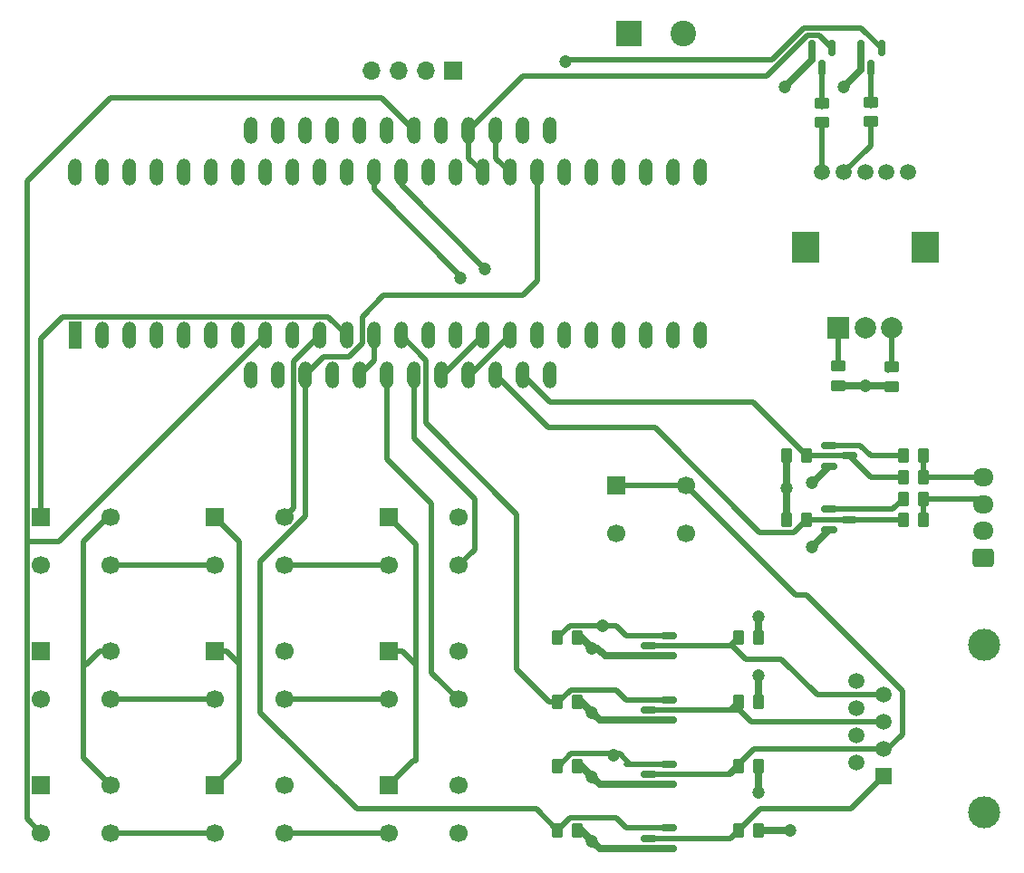
<source format=gtl>
%TF.GenerationSoftware,KiCad,Pcbnew,8.0.8*%
%TF.CreationDate,2025-02-06T19:54:34+00:00*%
%TF.ProjectId,TeensyELS,5465656e-7379-4454-9c53-2e6b69636164,rev?*%
%TF.SameCoordinates,Original*%
%TF.FileFunction,Copper,L1,Top*%
%TF.FilePolarity,Positive*%
%FSLAX46Y46*%
G04 Gerber Fmt 4.6, Leading zero omitted, Abs format (unit mm)*
G04 Created by KiCad (PCBNEW 8.0.8) date 2025-02-06 19:54:34*
%MOMM*%
%LPD*%
G01*
G04 APERTURE LIST*
G04 Aperture macros list*
%AMRoundRect*
0 Rectangle with rounded corners*
0 $1 Rounding radius*
0 $2 $3 $4 $5 $6 $7 $8 $9 X,Y pos of 4 corners*
0 Add a 4 corners polygon primitive as box body*
4,1,4,$2,$3,$4,$5,$6,$7,$8,$9,$2,$3,0*
0 Add four circle primitives for the rounded corners*
1,1,$1+$1,$2,$3*
1,1,$1+$1,$4,$5*
1,1,$1+$1,$6,$7*
1,1,$1+$1,$8,$9*
0 Add four rect primitives between the rounded corners*
20,1,$1+$1,$2,$3,$4,$5,0*
20,1,$1+$1,$4,$5,$6,$7,0*
20,1,$1+$1,$6,$7,$8,$9,0*
20,1,$1+$1,$8,$9,$2,$3,0*%
G04 Aperture macros list end*
%TA.AperFunction,SMDPad,CuDef*%
%ADD10RoundRect,0.150000X0.587500X0.150000X-0.587500X0.150000X-0.587500X-0.150000X0.587500X-0.150000X0*%
%TD*%
%TA.AperFunction,SMDPad,CuDef*%
%ADD11RoundRect,0.250000X0.262500X0.450000X-0.262500X0.450000X-0.262500X-0.450000X0.262500X-0.450000X0*%
%TD*%
%TA.AperFunction,ComponentPad*%
%ADD12O,1.270000X2.540000*%
%TD*%
%TA.AperFunction,SMDPad,CuDef*%
%ADD13RoundRect,0.250000X-0.262500X-0.450000X0.262500X-0.450000X0.262500X0.450000X-0.262500X0.450000X0*%
%TD*%
%TA.AperFunction,SMDPad,CuDef*%
%ADD14RoundRect,0.150000X-0.587500X-0.150000X0.587500X-0.150000X0.587500X0.150000X-0.587500X0.150000X0*%
%TD*%
%TA.AperFunction,SMDPad,CuDef*%
%ADD15RoundRect,0.150000X-0.150000X0.587500X-0.150000X-0.587500X0.150000X-0.587500X0.150000X0.587500X0*%
%TD*%
%TA.AperFunction,SMDPad,CuDef*%
%ADD16RoundRect,0.250000X-0.450000X0.262500X-0.450000X-0.262500X0.450000X-0.262500X0.450000X0.262500X0*%
%TD*%
%TA.AperFunction,SMDPad,CuDef*%
%ADD17RoundRect,0.250000X0.450000X-0.262500X0.450000X0.262500X-0.450000X0.262500X-0.450000X-0.262500X0*%
%TD*%
%TA.AperFunction,ComponentPad*%
%ADD18RoundRect,0.250000X0.725000X-0.600000X0.725000X0.600000X-0.725000X0.600000X-0.725000X-0.600000X0*%
%TD*%
%TA.AperFunction,ComponentPad*%
%ADD19O,1.950000X1.700000*%
%TD*%
%TA.AperFunction,ComponentPad*%
%ADD20R,2.400000X2.400000*%
%TD*%
%TA.AperFunction,ComponentPad*%
%ADD21C,2.400000*%
%TD*%
%TA.AperFunction,ComponentPad*%
%ADD22R,1.270000X2.540000*%
%TD*%
%TA.AperFunction,ComponentPad*%
%ADD23R,1.700000X1.700000*%
%TD*%
%TA.AperFunction,ComponentPad*%
%ADD24C,1.700000*%
%TD*%
%TA.AperFunction,ComponentPad*%
%ADD25R,1.500000X1.500000*%
%TD*%
%TA.AperFunction,ComponentPad*%
%ADD26C,1.500000*%
%TD*%
%TA.AperFunction,ComponentPad*%
%ADD27C,3.000000*%
%TD*%
%TA.AperFunction,ComponentPad*%
%ADD28O,1.700000X1.700000*%
%TD*%
%TA.AperFunction,ComponentPad*%
%ADD29R,2.000000X2.000000*%
%TD*%
%TA.AperFunction,ComponentPad*%
%ADD30C,2.000000*%
%TD*%
%TA.AperFunction,ComponentPad*%
%ADD31R,2.500000X3.000000*%
%TD*%
%TA.AperFunction,ViaPad*%
%ADD32C,1.200000*%
%TD*%
%TA.AperFunction,Conductor*%
%ADD33C,0.700000*%
%TD*%
%TA.AperFunction,Conductor*%
%ADD34C,0.500000*%
%TD*%
G04 APERTURE END LIST*
D10*
%TO.P,Q3,1,G*%
%TO.N,+3.3V*%
X78175000Y-94200000D03*
%TO.P,Q3,2,S*%
%TO.N,/Dir*%
X78175000Y-92300000D03*
%TO.P,Q3,3,D*%
%TO.N,Net-(Q3-D)*%
X76300000Y-93250000D03*
%TD*%
D11*
%TO.P,R18,1*%
%TO.N,/EncA*%
X91000000Y-69500000D03*
%TO.P,R18,2*%
%TO.N,+3.3V*%
X89175000Y-69500000D03*
%TD*%
D12*
%TO.P,MCU1,1,5V*%
%TO.N,+5V*%
X39125686Y-61924940D03*
%TO.P,MCU1,2,GND*%
%TO.N,GND*%
X41665686Y-61924940D03*
%TO.P,MCU1,3,GPIO27/ADC17/TOUCH7*%
%TO.N,/Alm*%
X44205686Y-61924940D03*
%TO.P,MCU1,4,GPIO26/ADC19/DAC2*%
%TO.N,/Dir*%
X46745686Y-61924940D03*
%TO.P,MCU1,5,GPIO25/ADC18/DAC1*%
%TO.N,/Step*%
X49285686Y-61924940D03*
%TO.P,MCU1,6,GPIO33/ADC5/TOUCH8*%
%TO.N,/PadH2*%
X51825686Y-61924940D03*
%TO.P,MCU1,7,GPIO32/ADC4/TOUCH9*%
%TO.N,/PadH1*%
X54365686Y-61924940D03*
%TO.P,MCU1,8,GPIO39/ADC3/SVN*%
%TO.N,/UIEncA*%
X56905686Y-61924940D03*
%TO.P,MCU1,9,GPIO38*%
%TO.N,/UIEncB*%
X59445686Y-61924940D03*
%TO.P,MCU1,10,GPIO37*%
%TO.N,/EncB*%
X61985686Y-61924940D03*
%TO.P,MCU1,11,GPIO36/ADC0*%
%TO.N,/EncA*%
X64525686Y-61924940D03*
%TO.P,MCU1,12,3V3*%
%TO.N,+3.3V*%
X67065686Y-61924940D03*
%TO.P,MCU1,13,3V3*%
X39125686Y-39064940D03*
%TO.P,MCU1,14,GND*%
%TO.N,GND*%
X41665686Y-39064940D03*
%TO.P,MCU1,15,GND*%
X44205686Y-39064940D03*
%TO.P,MCU1,16,GPIO12/ADC15/TOUCH5*%
%TO.N,/PadV3*%
X46745686Y-39064940D03*
%TO.P,MCU1,17,GPIO13/ADC14/TOUCH4*%
%TO.N,/PadV2*%
X49285686Y-39064940D03*
%TO.P,MCU1,18,GPIO15/ADC13/TOUCH3*%
%TO.N,/PadV1*%
X51825686Y-39064940D03*
%TO.P,MCU1,19,GPIO2/ADC12/TOUCH2*%
%TO.N,/PadH3*%
X54365686Y-39064940D03*
%TO.P,MCU1,20,GPIO17*%
%TO.N,/Ena*%
X56905686Y-39064940D03*
%TO.P,MCU1,21,GPIO22/I2C_SCL*%
%TO.N,/Red*%
X59445686Y-39064940D03*
%TO.P,MCU1,22,GPIO21/I2C_SDA*%
%TO.N,/Green*%
X61985686Y-39064940D03*
%TO.P,MCU1,23,GND*%
%TO.N,GND*%
X64525686Y-39064940D03*
%TO.P,MCU1,24,GND*%
X67065686Y-39064940D03*
%TD*%
D13*
%TO.P,R4,1*%
%TO.N,/Dir*%
X67762500Y-92500000D03*
%TO.P,R4,2*%
%TO.N,+3.3V*%
X69587500Y-92500000D03*
%TD*%
D14*
%TO.P,Q8,1,G*%
%TO.N,Net-(Q8-G)*%
X93125000Y-68550000D03*
%TO.P,Q8,2,S*%
%TO.N,GND*%
X93125000Y-70450000D03*
%TO.P,Q8,3,D*%
%TO.N,/EncA*%
X95000000Y-69500000D03*
%TD*%
D15*
%TO.P,Q7,1,G*%
%TO.N,/Green*%
X98025000Y-31368750D03*
%TO.P,Q7,2,S*%
%TO.N,GND*%
X96125000Y-31368750D03*
%TO.P,Q7,3,D*%
%TO.N,Net-(Q7-D)*%
X97075000Y-33243750D03*
%TD*%
D16*
%TO.P,R11,1*%
%TO.N,/UIEncB*%
X99000000Y-61175000D03*
%TO.P,R11,2*%
%TO.N,+3.3V*%
X99000000Y-63000000D03*
%TD*%
D17*
%TO.P,R12,1*%
%TO.N,+3.3V*%
X94000000Y-62912500D03*
%TO.P,R12,2*%
%TO.N,/UIEncA*%
X94000000Y-61087500D03*
%TD*%
D18*
%TO.P,J2,1,Pin_1*%
%TO.N,+5V*%
X107500000Y-79000000D03*
D19*
%TO.P,J2,2,Pin_2*%
%TO.N,GND*%
X107500000Y-76500000D03*
%TO.P,J2,3,Pin_3*%
%TO.N,Net-(J2-Pin_3)*%
X107500000Y-74000000D03*
%TO.P,J2,4,Pin_4*%
%TO.N,Net-(J2-Pin_4)*%
X107500000Y-71500000D03*
%TD*%
D20*
%TO.P,J4,1,Pin_1*%
%TO.N,GND*%
X74420000Y-30000000D03*
D21*
%TO.P,J4,2,Pin_2*%
%TO.N,+5V*%
X79500000Y-30000000D03*
%TD*%
D22*
%TO.P,U1,1,GND*%
%TO.N,GND*%
X22660000Y-58240000D03*
D12*
%TO.P,U1,2,0_RX1_CRX2_CS1*%
%TO.N,unconnected-(U1-0_RX1_CRX2_CS1-Pad2)*%
X25200000Y-58240000D03*
%TO.P,U1,3,1_TX1_CTX2_MISO1*%
%TO.N,unconnected-(U1-1_TX1_CTX2_MISO1-Pad3)*%
X27740000Y-58240000D03*
%TO.P,U1,4,2_OUT2*%
%TO.N,unconnected-(U1-2_OUT2-Pad4)*%
X30280000Y-58240000D03*
%TO.P,U1,5,3_LRCLK2*%
%TO.N,unconnected-(U1-3_LRCLK2-Pad5)*%
X32820000Y-58240000D03*
%TO.P,U1,6,4_BCLK2*%
%TO.N,/PadH1*%
X35360000Y-58240000D03*
%TO.P,U1,7,5_IN2*%
%TO.N,/PadH2*%
X37900000Y-58240000D03*
%TO.P,U1,8,6_OUT1D*%
%TO.N,/PadH3*%
X40440000Y-58240000D03*
%TO.P,U1,9,7_RX2_OUT1A*%
%TO.N,/PadV3*%
X42980000Y-58240000D03*
%TO.P,U1,10,8_TX2_IN1*%
%TO.N,/PadV2*%
X45520000Y-58240000D03*
%TO.P,U1,11,9_OUT1C*%
%TO.N,/PadV1*%
X48060000Y-58240000D03*
%TO.P,U1,12,10_CS_MQSR*%
%TO.N,/Step*%
X50600000Y-58240000D03*
%TO.P,U1,13,11_MOSI_CTX1*%
%TO.N,/Dir*%
X53140000Y-58240000D03*
%TO.P,U1,14,12_MISO_MQSL*%
%TO.N,unconnected-(U1-12_MISO_MQSL-Pad14)*%
X55680000Y-58240000D03*
%TO.P,U1,15,3V3*%
%TO.N,+3.3V*%
X58220000Y-58240000D03*
%TO.P,U1,16,24_A10_TX6_SCL2*%
%TO.N,/UIEncA*%
X60760000Y-58240000D03*
%TO.P,U1,17,25_A11_RX6_SDA2*%
%TO.N,/UIEncB*%
X63300000Y-58240000D03*
%TO.P,U1,18,26_A12_MOSI1*%
%TO.N,unconnected-(U1-26_A12_MOSI1-Pad18)*%
X65840000Y-58240000D03*
%TO.P,U1,19,27_A13_SCK1*%
%TO.N,unconnected-(U1-27_A13_SCK1-Pad19)*%
X68380000Y-58240000D03*
%TO.P,U1,20,28_RX7*%
%TO.N,unconnected-(U1-28_RX7-Pad20)*%
X70920000Y-58240000D03*
%TO.P,U1,21,29_TX7*%
%TO.N,unconnected-(U1-29_TX7-Pad21)*%
X73460000Y-58240000D03*
%TO.P,U1,22,30_CRX3*%
%TO.N,unconnected-(U1-30_CRX3-Pad22)*%
X76000000Y-58240000D03*
%TO.P,U1,23,31_CTX3*%
%TO.N,unconnected-(U1-31_CTX3-Pad23)*%
X78540000Y-58240000D03*
%TO.P,U1,24,32_OUT1B*%
%TO.N,unconnected-(U1-32_OUT1B-Pad24)*%
X81080000Y-58240000D03*
%TO.P,U1,25,33_MCLK2*%
%TO.N,unconnected-(U1-33_MCLK2-Pad25)*%
X81080000Y-43000000D03*
%TO.P,U1,26,34_RX8*%
%TO.N,unconnected-(U1-34_RX8-Pad26)*%
X78540000Y-43000000D03*
%TO.P,U1,27,35_TX8*%
%TO.N,unconnected-(U1-35_TX8-Pad27)*%
X76000000Y-43000000D03*
%TO.P,U1,28,36_CS*%
%TO.N,unconnected-(U1-36_CS-Pad28)*%
X73460000Y-43000000D03*
%TO.P,U1,29,37_CS*%
%TO.N,unconnected-(U1-37_CS-Pad29)*%
X70920000Y-43000000D03*
%TO.P,U1,30,38_CS1_IN1*%
%TO.N,/Ena*%
X68380000Y-43000000D03*
%TO.P,U1,31,39_MISO1_OUT1A*%
%TO.N,/Alm*%
X65840000Y-43000000D03*
%TO.P,U1,32,40_A16*%
%TO.N,/Green*%
X63300000Y-43000000D03*
%TO.P,U1,33,41_A17*%
%TO.N,/Red*%
X60760000Y-43000000D03*
%TO.P,U1,34,GND*%
%TO.N,GND*%
X58220000Y-43000000D03*
%TO.P,U1,35,13_SCK_LED*%
%TO.N,unconnected-(U1-13_SCK_LED-Pad35)*%
X55680000Y-43000000D03*
%TO.P,U1,36,14_A0_TX3_SPDIF_OUT*%
%TO.N,/EncA*%
X53140000Y-43000000D03*
%TO.P,U1,37,15_A1_RX3_SPDIF_IN*%
%TO.N,/EncB*%
X50600000Y-43000000D03*
%TO.P,U1,38,16_A2_RX4_SCL1*%
%TO.N,unconnected-(U1-16_A2_RX4_SCL1-Pad38)*%
X48060000Y-43000000D03*
%TO.P,U1,39,17_A3_TX4_SDA1*%
%TO.N,unconnected-(U1-17_A3_TX4_SDA1-Pad39)*%
X45520000Y-43000000D03*
%TO.P,U1,40,18_A4_SDA*%
%TO.N,/SDA*%
X42980000Y-43000000D03*
%TO.P,U1,41,19_A5_SCL*%
%TO.N,/SCL*%
X40440000Y-43000000D03*
%TO.P,U1,42,20_A6_TX5_LRCLK1*%
%TO.N,unconnected-(U1-20_A6_TX5_LRCLK1-Pad42)*%
X37900000Y-43000000D03*
%TO.P,U1,43,21_A7_RX5_BCLK1*%
%TO.N,unconnected-(U1-21_A7_RX5_BCLK1-Pad43)*%
X35360000Y-43000000D03*
%TO.P,U1,44,22_A8_CTX1*%
%TO.N,unconnected-(U1-22_A8_CTX1-Pad44)*%
X32820000Y-43000000D03*
%TO.P,U1,45,23_A9_CRX1_MCLK1*%
%TO.N,unconnected-(U1-23_A9_CRX1_MCLK1-Pad45)*%
X30280000Y-43000000D03*
%TO.P,U1,46,3V3*%
%TO.N,+3.3V*%
X27740000Y-43000000D03*
%TO.P,U1,47,GND*%
%TO.N,GND*%
X25200000Y-43000000D03*
%TO.P,U1,48,VIN*%
%TO.N,+5V*%
X22660000Y-43000000D03*
%TD*%
D11*
%TO.P,R7,1*%
%TO.N,+5V*%
X86500000Y-104500000D03*
%TO.P,R7,2*%
%TO.N,Net-(Q5-D)*%
X84675000Y-104500000D03*
%TD*%
D23*
%TO.P,SW8,1,1*%
%TO.N,/PadV1*%
X19500000Y-100250000D03*
D24*
X26000000Y-100250000D03*
%TO.P,SW8,2,2*%
%TO.N,/PadH3*%
X19500000Y-104750000D03*
X26000000Y-104750000D03*
%TD*%
D11*
%TO.P,R14,1*%
%TO.N,Net-(J2-Pin_3)*%
X101912500Y-75500000D03*
%TO.P,R14,2*%
%TO.N,/EncB*%
X100087500Y-75500000D03*
%TD*%
%TO.P,R1,1*%
%TO.N,+5V*%
X86500000Y-98500000D03*
%TO.P,R1,2*%
%TO.N,Net-(Q2-D)*%
X84675000Y-98500000D03*
%TD*%
D13*
%TO.P,R6,1*%
%TO.N,/Step*%
X67762500Y-86500000D03*
%TO.P,R6,2*%
%TO.N,+3.3V*%
X69587500Y-86500000D03*
%TD*%
D23*
%TO.P,SW6,1,1*%
%TO.N,/PadV2*%
X35750000Y-87750000D03*
D24*
X42250000Y-87750000D03*
%TO.P,SW6,2,2*%
%TO.N,/PadH2*%
X35750000Y-92250000D03*
X42250000Y-92250000D03*
%TD*%
D11*
%TO.P,R3,1*%
%TO.N,+5V*%
X86500000Y-92500000D03*
%TO.P,R3,2*%
%TO.N,Net-(Q3-D)*%
X84675000Y-92500000D03*
%TD*%
%TO.P,R15,1*%
%TO.N,Net-(J2-Pin_3)*%
X101912500Y-73500000D03*
%TO.P,R15,2*%
%TO.N,Net-(Q1-G)*%
X100087500Y-73500000D03*
%TD*%
D23*
%TO.P,SW1,1,1*%
%TO.N,Net-(Q2-D)*%
X73250000Y-72250000D03*
D24*
X79750000Y-72250000D03*
%TO.P,SW1,2,2*%
%TO.N,+5V*%
X73250000Y-76750000D03*
X79750000Y-76750000D03*
%TD*%
D10*
%TO.P,Q2,1,G*%
%TO.N,+3.3V*%
X78175000Y-100200000D03*
%TO.P,Q2,2,S*%
%TO.N,/Ena*%
X78175000Y-98300000D03*
%TO.P,Q2,3,D*%
%TO.N,Net-(Q2-D)*%
X76300000Y-99250000D03*
%TD*%
D11*
%TO.P,R17,1*%
%TO.N,/EncB*%
X91000000Y-75500000D03*
%TO.P,R17,2*%
%TO.N,+3.3V*%
X89175000Y-75500000D03*
%TD*%
%TO.P,R16,1*%
%TO.N,Net-(J2-Pin_4)*%
X101912500Y-69500000D03*
%TO.P,R16,2*%
%TO.N,Net-(Q8-G)*%
X100087500Y-69500000D03*
%TD*%
D10*
%TO.P,Q5,1,G*%
%TO.N,+3.3V*%
X78175000Y-106200000D03*
%TO.P,Q5,2,S*%
%TO.N,/Alm*%
X78175000Y-104300000D03*
%TO.P,Q5,3,D*%
%TO.N,Net-(Q5-D)*%
X76300000Y-105250000D03*
%TD*%
D11*
%TO.P,R5,1*%
%TO.N,+5V*%
X86500000Y-86500000D03*
%TO.P,R5,2*%
%TO.N,Net-(Q4-D)*%
X84675000Y-86500000D03*
%TD*%
D23*
%TO.P,SW3,1,1*%
%TO.N,/PadV2*%
X35750000Y-75250000D03*
D24*
X42250000Y-75250000D03*
%TO.P,SW3,2,2*%
%TO.N,/PadH1*%
X35750000Y-79750000D03*
X42250000Y-79750000D03*
%TD*%
D14*
%TO.P,Q1,1,G*%
%TO.N,Net-(Q1-G)*%
X93125000Y-74500000D03*
%TO.P,Q1,2,S*%
%TO.N,GND*%
X93125000Y-76400000D03*
%TO.P,Q1,3,D*%
%TO.N,/EncB*%
X95000000Y-75450000D03*
%TD*%
D16*
%TO.P,R9,1*%
%TO.N,Net-(Q6-D)*%
X92500000Y-36506250D03*
%TO.P,R9,2*%
%TO.N,Net-(E1-RL)*%
X92500000Y-38331250D03*
%TD*%
D10*
%TO.P,Q4,1,G*%
%TO.N,+3.3V*%
X78175000Y-88200000D03*
%TO.P,Q4,2,S*%
%TO.N,/Step*%
X78175000Y-86300000D03*
%TO.P,Q4,3,D*%
%TO.N,Net-(Q4-D)*%
X76300000Y-87250000D03*
%TD*%
D25*
%TO.P,J1,1*%
%TO.N,Net-(Q5-D)*%
X98200000Y-99445000D03*
D26*
%TO.P,J1,2*%
%TO.N,GND*%
X95660000Y-98175000D03*
%TO.P,J1,3*%
%TO.N,Net-(Q2-D)*%
X98200000Y-96905000D03*
%TO.P,J1,4*%
%TO.N,GND*%
X95660000Y-95635000D03*
%TO.P,J1,5*%
%TO.N,Net-(Q3-D)*%
X98200000Y-94365000D03*
%TO.P,J1,6*%
%TO.N,GND*%
X95660000Y-93095000D03*
%TO.P,J1,7*%
%TO.N,Net-(Q4-D)*%
X98200000Y-91825000D03*
%TO.P,J1,8*%
%TO.N,GND*%
X95660000Y-90555000D03*
D27*
%TO.P,J1,SH*%
X107600000Y-102850000D03*
X107600000Y-87150000D03*
%TD*%
D16*
%TO.P,R10,1*%
%TO.N,Net-(Q7-D)*%
X97000000Y-36418750D03*
%TO.P,R10,2*%
%TO.N,Net-(E1-GL)*%
X97000000Y-38243750D03*
%TD*%
D23*
%TO.P,SW4,1,1*%
%TO.N,/PadV3*%
X52000000Y-75250000D03*
D24*
X58500000Y-75250000D03*
%TO.P,SW4,2,2*%
%TO.N,/PadH1*%
X52000000Y-79750000D03*
X58500000Y-79750000D03*
%TD*%
D13*
%TO.P,R2,1*%
%TO.N,/Ena*%
X67762500Y-98500000D03*
%TO.P,R2,2*%
%TO.N,+3.3V*%
X69587500Y-98500000D03*
%TD*%
D23*
%TO.P,J3,1,Pin_1*%
%TO.N,/SDA*%
X58040000Y-33500000D03*
D28*
%TO.P,J3,2,Pin_2*%
%TO.N,/SCL*%
X55500000Y-33500000D03*
%TO.P,J3,3,Pin_3*%
%TO.N,+5V*%
X52960000Y-33500000D03*
%TO.P,J3,4,Pin_4*%
%TO.N,GND*%
X50420000Y-33500000D03*
%TD*%
D13*
%TO.P,R8,1*%
%TO.N,/Alm*%
X67762500Y-104500000D03*
%TO.P,R8,2*%
%TO.N,+3.3V*%
X69587500Y-104500000D03*
%TD*%
D15*
%TO.P,Q6,1,G*%
%TO.N,/Red*%
X93400000Y-31368750D03*
%TO.P,Q6,2,S*%
%TO.N,GND*%
X91500000Y-31368750D03*
%TO.P,Q6,3,D*%
%TO.N,Net-(Q6-D)*%
X92450000Y-33243750D03*
%TD*%
D23*
%TO.P,SW2,1,1*%
%TO.N,/PadV1*%
X19500000Y-75250000D03*
D24*
X26000000Y-75250000D03*
%TO.P,SW2,2,2*%
%TO.N,/PadH1*%
X19500000Y-79750000D03*
X26000000Y-79750000D03*
%TD*%
D26*
%TO.P,E1,1,RL*%
%TO.N,Net-(E1-RL)*%
X92500000Y-43000000D03*
%TO.P,E1,2,GL*%
%TO.N,Net-(E1-GL)*%
X94500000Y-43000000D03*
%TO.P,E1,3,SW*%
%TO.N,unconnected-(E1-SW-Pad3)*%
X96500000Y-43000000D03*
%TO.P,E1,4,BL*%
%TO.N,unconnected-(E1-BL-Pad4)*%
X98500000Y-43000000D03*
%TO.P,E1,5,5V*%
%TO.N,+5V*%
X100500000Y-43000000D03*
D29*
%TO.P,E1,A,A*%
%TO.N,/UIEncA*%
X94000000Y-57500000D03*
D30*
%TO.P,E1,B,B*%
%TO.N,/UIEncB*%
X99000000Y-57500000D03*
%TO.P,E1,C,C*%
%TO.N,GND*%
X96500000Y-57500000D03*
D31*
%TO.P,E1,MP*%
%TO.N,N/C*%
X90900000Y-50000000D03*
X102100000Y-50000000D03*
%TD*%
D11*
%TO.P,R13,1*%
%TO.N,Net-(J2-Pin_4)*%
X101912500Y-71500000D03*
%TO.P,R13,2*%
%TO.N,/EncA*%
X100087500Y-71500000D03*
%TD*%
D23*
%TO.P,SW7,1,1*%
%TO.N,/PadV3*%
X52000000Y-87750000D03*
D24*
X58500000Y-87750000D03*
%TO.P,SW7,2,2*%
%TO.N,/PadH2*%
X52000000Y-92250000D03*
X58500000Y-92250000D03*
%TD*%
D23*
%TO.P,SW5,1,1*%
%TO.N,/PadV1*%
X19500000Y-87750000D03*
D24*
X26000000Y-87750000D03*
%TO.P,SW5,2,2*%
%TO.N,/PadH2*%
X19500000Y-92250000D03*
X26000000Y-92250000D03*
%TD*%
D23*
%TO.P,SW9,1,1*%
%TO.N,/PadV2*%
X35750000Y-100250000D03*
D24*
X42250000Y-100250000D03*
%TO.P,SW9,2,2*%
%TO.N,/PadH3*%
X35750000Y-104750000D03*
X42250000Y-104750000D03*
%TD*%
D23*
%TO.P,SW10,1,1*%
%TO.N,/PadV3*%
X52000000Y-100250000D03*
D24*
X58500000Y-100250000D03*
%TO.P,SW10,2,2*%
%TO.N,/PadH3*%
X52000000Y-104750000D03*
X58500000Y-104750000D03*
%TD*%
D32*
%TO.N,GND*%
X91525000Y-78000000D03*
X91500000Y-72000000D03*
X89000000Y-35000000D03*
X94500000Y-35000000D03*
%TO.N,+5V*%
X89500000Y-104500000D03*
X86500000Y-84500000D03*
X86500000Y-90000000D03*
X86500000Y-101000000D03*
%TO.N,/Step*%
X72000000Y-85350000D03*
%TO.N,/EncA*%
X61000000Y-52000000D03*
%TO.N,+3.3V*%
X71000000Y-87500000D03*
X71000000Y-99500000D03*
X89175000Y-72500000D03*
X71000000Y-93500000D03*
X96500000Y-62912500D03*
X71000000Y-105500000D03*
%TO.N,/Green*%
X68500000Y-32650000D03*
%TO.N,/Ena*%
X73000000Y-97500000D03*
%TO.N,/EncB*%
X58704898Y-52888530D03*
%TD*%
D33*
%TO.N,GND*%
X93125000Y-70450000D02*
X91575000Y-72000000D01*
X96125000Y-31368750D02*
X96125000Y-33375000D01*
X91500000Y-32500000D02*
X89000000Y-35000000D01*
X91500000Y-31368750D02*
X91500000Y-32500000D01*
X96125000Y-33375000D02*
X94500000Y-35000000D01*
X93125000Y-76400000D02*
X91525000Y-78000000D01*
X91575000Y-72000000D02*
X91500000Y-72000000D01*
D34*
%TO.N,Net-(Q4-D)*%
X83925000Y-87250000D02*
X83000000Y-87250000D01*
X92000000Y-91825000D02*
X98200000Y-91825000D01*
X85325000Y-88500000D02*
X88675000Y-88500000D01*
X82500000Y-87250000D02*
X84075000Y-87250000D01*
X84075000Y-87250000D02*
X85325000Y-88500000D01*
X88675000Y-88500000D02*
X92000000Y-91825000D01*
X84675000Y-86500000D02*
X83925000Y-87250000D01*
X83000000Y-87250000D02*
X82500000Y-87250000D01*
X82500000Y-87250000D02*
X76300000Y-87250000D01*
%TO.N,Net-(Q5-D)*%
X83925000Y-105250000D02*
X83000000Y-105250000D01*
X84675000Y-104500000D02*
X83925000Y-105250000D01*
X84675000Y-104500000D02*
X86675000Y-102500000D01*
X86675000Y-102500000D02*
X95145000Y-102500000D01*
X95145000Y-102500000D02*
X98200000Y-99445000D01*
X83000000Y-105250000D02*
X76300000Y-105250000D01*
%TO.N,Net-(Q2-D)*%
X83000000Y-99250000D02*
X83750000Y-99250000D01*
X83925000Y-99250000D02*
X83000000Y-99250000D01*
X100000000Y-95500000D02*
X98595000Y-96905000D01*
X86095000Y-96905000D02*
X98200000Y-96905000D01*
X90000000Y-82500000D02*
X91000000Y-82500000D01*
X91000000Y-82500000D02*
X100000000Y-91500000D01*
X83000000Y-99250000D02*
X76300000Y-99250000D01*
X98595000Y-96905000D02*
X98200000Y-96905000D01*
X83750000Y-99250000D02*
X86095000Y-96905000D01*
X73250000Y-72250000D02*
X79750000Y-72250000D01*
X100000000Y-91500000D02*
X100000000Y-95500000D01*
X79750000Y-72250000D02*
X90000000Y-82500000D01*
X84675000Y-98500000D02*
X83925000Y-99250000D01*
%TO.N,Net-(Q3-D)*%
X84675000Y-92500000D02*
X83925000Y-93250000D01*
X84750000Y-93250000D02*
X85865000Y-94365000D01*
X85865000Y-94365000D02*
X98200000Y-94365000D01*
X83000000Y-93250000D02*
X76300000Y-93250000D01*
X83000000Y-93250000D02*
X84750000Y-93250000D01*
X83925000Y-93250000D02*
X83000000Y-93250000D01*
D33*
%TO.N,+5V*%
X86500000Y-101000000D02*
X86500000Y-98500000D01*
X89500000Y-104500000D02*
X86500000Y-104500000D01*
X86500000Y-90000000D02*
X86500000Y-92500000D01*
X86500000Y-84500000D02*
X86500000Y-86500000D01*
D34*
%TO.N,Net-(J2-Pin_4)*%
X101912500Y-71500000D02*
X107500000Y-71500000D01*
X101912500Y-71500000D02*
X101912500Y-69500000D01*
%TO.N,Net-(J2-Pin_3)*%
X101912500Y-73500000D02*
X107000000Y-73500000D01*
X101912500Y-75500000D02*
X101912500Y-73500000D01*
X107000000Y-73500000D02*
X107500000Y-74000000D01*
%TO.N,/Step*%
X68912500Y-85350000D02*
X73250000Y-85350000D01*
X50600000Y-60610626D02*
X49285686Y-61924940D01*
X68912500Y-85350000D02*
X72000000Y-85350000D01*
X73250000Y-85350000D02*
X74200000Y-86300000D01*
X78175000Y-86300000D02*
X74200000Y-86300000D01*
X67762500Y-86500000D02*
X68912500Y-85350000D01*
X50600000Y-58240000D02*
X50600000Y-60610626D01*
%TO.N,/UIEncA*%
X56905686Y-61924940D02*
X57075060Y-61924940D01*
X94000000Y-57500000D02*
X94000000Y-61087500D01*
X57075060Y-61924940D02*
X60760000Y-58240000D01*
%TO.N,/PadH1*%
X54365686Y-61924940D02*
X54365686Y-67865686D01*
X54365686Y-67865686D02*
X60000000Y-73500000D01*
X60000000Y-78250000D02*
X58500000Y-79750000D01*
X26000000Y-79750000D02*
X35750000Y-79750000D01*
X42250000Y-79750000D02*
X52000000Y-79750000D01*
X60000000Y-73500000D02*
X60000000Y-78250000D01*
%TO.N,/Red*%
X87278566Y-34000000D02*
X91097316Y-30181250D01*
X64510626Y-34000000D02*
X87278566Y-34000000D01*
X91097316Y-30181250D02*
X92212500Y-30181250D01*
X59445686Y-39064940D02*
X59445686Y-41685686D01*
X59445686Y-39064940D02*
X64510626Y-34000000D01*
X59445686Y-41685686D02*
X60760000Y-43000000D01*
X92212500Y-30181250D02*
X93400000Y-31368750D01*
%TO.N,/EncA*%
X97000000Y-71500000D02*
X100087500Y-71500000D01*
X86000000Y-64500000D02*
X67100746Y-64500000D01*
X67100746Y-64500000D02*
X64525686Y-61924940D01*
X53140000Y-44140000D02*
X53140000Y-43000000D01*
X91000000Y-69500000D02*
X95000000Y-69500000D01*
X61000000Y-52000000D02*
X53140000Y-44140000D01*
X91000000Y-69500000D02*
X86000000Y-64500000D01*
X95000000Y-69500000D02*
X97000000Y-71500000D01*
%TO.N,/PadH3*%
X40440000Y-58240000D02*
X21180000Y-77500000D01*
X21180000Y-77500000D02*
X18200000Y-77500000D01*
X26000000Y-104750000D02*
X35750000Y-104750000D01*
X26000000Y-36000000D02*
X18200000Y-43800000D01*
X54365686Y-39064940D02*
X51300746Y-36000000D01*
X51300746Y-36000000D02*
X26000000Y-36000000D01*
X18200000Y-103450000D02*
X19500000Y-104750000D01*
X18200000Y-77500000D02*
X18200000Y-103450000D01*
X18200000Y-43800000D02*
X18200000Y-77500000D01*
X42250000Y-104750000D02*
X52000000Y-104750000D01*
%TO.N,/PadV2*%
X38000000Y-77500000D02*
X35750000Y-75250000D01*
X38000000Y-90500000D02*
X38000000Y-77500000D01*
X43120686Y-60639314D02*
X45520000Y-58240000D01*
X42250000Y-75250000D02*
X43120686Y-74379314D01*
X35750000Y-87750000D02*
X36800000Y-87750000D01*
X43120686Y-74379314D02*
X43120686Y-60639314D01*
X36800000Y-87750000D02*
X38000000Y-88950000D01*
X38000000Y-88950000D02*
X38000000Y-90500000D01*
X38000000Y-98000000D02*
X38000000Y-90500000D01*
X35750000Y-100250000D02*
X38000000Y-98000000D01*
%TO.N,/PadV3*%
X54250000Y-98000000D02*
X54500000Y-98000000D01*
X52000000Y-87750000D02*
X53250000Y-87750000D01*
X54500000Y-98000000D02*
X54500000Y-77750000D01*
X54500000Y-77750000D02*
X52000000Y-75250000D01*
X53250000Y-87750000D02*
X54500000Y-89000000D01*
X52000000Y-100250000D02*
X54250000Y-98000000D01*
%TO.N,/Alm*%
X49000000Y-102500000D02*
X40000000Y-93500000D01*
X67762500Y-104500000D02*
X65762500Y-102500000D01*
X64500000Y-54500000D02*
X65840000Y-53160000D01*
X65762500Y-102500000D02*
X49000000Y-102500000D01*
X78175000Y-104300000D02*
X74200000Y-104300000D01*
X40000000Y-93500000D02*
X40000000Y-79338478D01*
X45925686Y-60204940D02*
X48264482Y-60204940D01*
X51500000Y-54500000D02*
X64500000Y-54500000D01*
X49500000Y-56500000D02*
X51500000Y-54500000D01*
X73250000Y-103350000D02*
X74200000Y-104300000D01*
X67762500Y-104500000D02*
X68912500Y-103350000D01*
X44205686Y-75132792D02*
X44205686Y-61924940D01*
X44205686Y-61924940D02*
X45925686Y-60204940D01*
X68912500Y-103350000D02*
X73250000Y-103350000D01*
X65840000Y-53160000D02*
X65840000Y-43000000D01*
X49500000Y-58969422D02*
X49500000Y-56500000D01*
X40000000Y-79338478D02*
X44205686Y-75132792D01*
X48264482Y-60204940D02*
X49500000Y-58969422D01*
D33*
%TO.N,+3.3V*%
X71000000Y-105500000D02*
X71700000Y-106200000D01*
X96500000Y-62912500D02*
X98912500Y-62912500D01*
X94000000Y-62912500D02*
X96500000Y-62912500D01*
X70000000Y-92500000D02*
X71000000Y-93500000D01*
X69587500Y-98500000D02*
X70000000Y-98500000D01*
X70000000Y-98500000D02*
X71000000Y-99500000D01*
X72200000Y-88200000D02*
X78175000Y-88200000D01*
X70000000Y-104500000D02*
X71000000Y-105500000D01*
X89175000Y-69500000D02*
X89175000Y-72500000D01*
X98912500Y-62912500D02*
X99000000Y-63000000D01*
X71700000Y-94200000D02*
X78175000Y-94200000D01*
X69587500Y-86500000D02*
X70000000Y-86500000D01*
X69587500Y-104500000D02*
X70000000Y-104500000D01*
X71000000Y-93500000D02*
X71700000Y-94200000D01*
X71700000Y-100200000D02*
X78175000Y-100200000D01*
X70000000Y-86500000D02*
X71000000Y-87500000D01*
X69587500Y-92500000D02*
X70000000Y-92500000D01*
X71700000Y-106200000D02*
X78175000Y-106200000D01*
X71500000Y-87500000D02*
X72200000Y-88200000D01*
X71000000Y-87500000D02*
X71500000Y-87500000D01*
X71000000Y-99500000D02*
X71700000Y-100200000D01*
X89175000Y-72500000D02*
X89175000Y-75500000D01*
D34*
%TO.N,/Green*%
X96137500Y-29481250D02*
X98025000Y-31368750D01*
X68500000Y-32650000D02*
X68650000Y-32500000D01*
X87788616Y-32500000D02*
X90807366Y-29481250D01*
X68650000Y-32500000D02*
X87788616Y-32500000D01*
X61985686Y-39064940D02*
X61985686Y-41685686D01*
X90807366Y-29481250D02*
X96137500Y-29481250D01*
X61985686Y-41685686D02*
X63300000Y-43000000D01*
%TO.N,/Ena*%
X67878122Y-98500000D02*
X69028122Y-97350000D01*
X73550000Y-97350000D02*
X74500000Y-98300000D01*
X78175000Y-98300000D02*
X74500000Y-98300000D01*
X74500000Y-98300000D02*
X74200000Y-98300000D01*
X69028122Y-97350000D02*
X73550000Y-97350000D01*
X67762500Y-98500000D02*
X67878122Y-98500000D01*
%TO.N,/PadV1*%
X26000000Y-87750000D02*
X24950000Y-87750000D01*
X23500000Y-77500000D02*
X23500000Y-89000000D01*
X19500000Y-58500000D02*
X19500000Y-75250000D01*
X23700000Y-89000000D02*
X23500000Y-89000000D01*
X41500000Y-56500000D02*
X41480000Y-56520000D01*
X23500000Y-89000000D02*
X23500000Y-97750000D01*
X26000000Y-75250000D02*
X25750000Y-75250000D01*
X46320000Y-56500000D02*
X41500000Y-56500000D01*
X48060000Y-58240000D02*
X46320000Y-56500000D01*
X23500000Y-97750000D02*
X26000000Y-100250000D01*
X24950000Y-87750000D02*
X23700000Y-89000000D01*
X25750000Y-75250000D02*
X23500000Y-77500000D01*
X21480000Y-56520000D02*
X19500000Y-58500000D01*
X41480000Y-56520000D02*
X21480000Y-56520000D01*
%TO.N,/PadH2*%
X56000000Y-73989949D02*
X51825686Y-69815635D01*
X51825686Y-69815635D02*
X51825686Y-61924940D01*
X58500000Y-92250000D02*
X56000000Y-89750000D01*
X56000000Y-89750000D02*
X56000000Y-73989949D01*
X42250000Y-92250000D02*
X52000000Y-92250000D01*
X26000000Y-92250000D02*
X35750000Y-92250000D01*
%TO.N,/Dir*%
X69028122Y-91350000D02*
X73250000Y-91350000D01*
X67762500Y-92500000D02*
X67000000Y-92500000D01*
X67762500Y-92500000D02*
X67762500Y-92615622D01*
X63950000Y-89450000D02*
X63950000Y-74950000D01*
X63950000Y-74950000D02*
X55450686Y-66450686D01*
X55450686Y-60550686D02*
X53140000Y-58240000D01*
X67000000Y-92500000D02*
X63950000Y-89450000D01*
X55450686Y-66450686D02*
X55450686Y-60550686D01*
X73250000Y-91350000D02*
X74200000Y-92300000D01*
X74200000Y-92300000D02*
X78175000Y-92300000D01*
X67762500Y-92615622D02*
X69028122Y-91350000D01*
%TO.N,/UIEncB*%
X59445686Y-61924940D02*
X59615060Y-61924940D01*
X98675000Y-61500000D02*
X99000000Y-61175000D01*
X99000000Y-57500000D02*
X99000000Y-61175000D01*
X59615060Y-61924940D02*
X63300000Y-58240000D01*
%TO.N,/EncB*%
X76850884Y-66850884D02*
X86650000Y-76650000D01*
X95000000Y-75450000D02*
X91050000Y-75450000D01*
X95000000Y-75450000D02*
X100037500Y-75450000D01*
X91050000Y-75450000D02*
X91000000Y-75500000D01*
X50600000Y-44600000D02*
X50600000Y-43000000D01*
X61985686Y-61924940D02*
X66911630Y-66850884D01*
X58704898Y-52704898D02*
X50600000Y-44600000D01*
X100037500Y-75450000D02*
X100087500Y-75500000D01*
X58704898Y-52888530D02*
X58704898Y-52704898D01*
X89850000Y-76650000D02*
X91000000Y-75500000D01*
X86650000Y-76650000D02*
X89850000Y-76650000D01*
X66911630Y-66850884D02*
X76850884Y-66850884D01*
%TO.N,Net-(Q1-G)*%
X99087500Y-74500000D02*
X100087500Y-73500000D01*
X93125000Y-74500000D02*
X99087500Y-74500000D01*
%TO.N,Net-(Q6-D)*%
X92450000Y-33243750D02*
X92450000Y-36868750D01*
X92450000Y-36456250D02*
X92500000Y-36506250D01*
%TO.N,Net-(Q7-D)*%
X97075000Y-36343750D02*
X97000000Y-36418750D01*
X97075000Y-33243750D02*
X97075000Y-36756250D01*
%TO.N,Net-(Q8-G)*%
X93125000Y-68550000D02*
X96050000Y-68550000D01*
X96050000Y-68550000D02*
X97000000Y-69500000D01*
X97000000Y-69500000D02*
X100087500Y-69500000D01*
%TO.N,Net-(E1-RL)*%
X92500000Y-38331250D02*
X92500000Y-43000000D01*
%TO.N,Net-(E1-GL)*%
X97000000Y-40500000D02*
X97000000Y-38243750D01*
X94500000Y-43000000D02*
X97000000Y-40500000D01*
%TD*%
M02*

</source>
